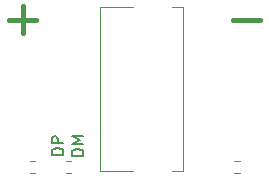
<source format=gbr>
%TF.GenerationSoftware,KiCad,Pcbnew,(6.0.5)*%
%TF.CreationDate,2022-05-17T08:39:17+02:00*%
%TF.ProjectId,supply2usb,73757070-6c79-4327-9573-622e6b696361,rev?*%
%TF.SameCoordinates,Original*%
%TF.FileFunction,Legend,Top*%
%TF.FilePolarity,Positive*%
%FSLAX46Y46*%
G04 Gerber Fmt 4.6, Leading zero omitted, Abs format (unit mm)*
G04 Created by KiCad (PCBNEW (6.0.5)) date 2022-05-17 08:39:17*
%MOMM*%
%LPD*%
G01*
G04 APERTURE LIST*
%ADD10C,0.450000*%
%ADD11C,0.150000*%
%ADD12C,0.120000*%
G04 APERTURE END LIST*
D10*
X127857142Y-84108138D02*
X130142857Y-84108138D01*
D11*
X115152380Y-95633333D02*
X114152380Y-95633333D01*
X114152380Y-95395238D01*
X114200000Y-95252380D01*
X114295238Y-95157142D01*
X114390476Y-95109523D01*
X114580952Y-95061904D01*
X114723809Y-95061904D01*
X114914285Y-95109523D01*
X115009523Y-95157142D01*
X115104761Y-95252380D01*
X115152380Y-95395238D01*
X115152380Y-95633333D01*
X115152380Y-94633333D02*
X114152380Y-94633333D01*
X114866666Y-94300000D01*
X114152380Y-93966666D01*
X115152380Y-93966666D01*
X113452380Y-95561904D02*
X112452380Y-95561904D01*
X112452380Y-95323809D01*
X112500000Y-95180952D01*
X112595238Y-95085714D01*
X112690476Y-95038095D01*
X112880952Y-94990476D01*
X113023809Y-94990476D01*
X113214285Y-95038095D01*
X113309523Y-95085714D01*
X113404761Y-95180952D01*
X113452380Y-95323809D01*
X113452380Y-95561904D01*
X113452380Y-94561904D02*
X112452380Y-94561904D01*
X112452380Y-94180952D01*
X112500000Y-94085714D01*
X112547619Y-94038095D01*
X112642857Y-93990476D01*
X112785714Y-93990476D01*
X112880952Y-94038095D01*
X112928571Y-94085714D01*
X112976190Y-94180952D01*
X112976190Y-94561904D01*
D10*
X108857142Y-84114285D02*
X111142857Y-84114285D01*
X110000000Y-85257142D02*
X110000000Y-82971428D01*
D12*
%TO.C,R2*%
X113637742Y-96047500D02*
X114112258Y-96047500D01*
X113637742Y-97092500D02*
X114112258Y-97092500D01*
%TO.C,J3*%
X116580000Y-96960000D02*
X119340000Y-96960000D01*
X123600000Y-96960000D02*
X123600000Y-83040000D01*
X116580000Y-83040000D02*
X119340000Y-83040000D01*
X123600000Y-96960000D02*
X122640000Y-96960000D01*
X123600000Y-83040000D02*
X122640000Y-83040000D01*
X116580000Y-96960000D02*
X116580000Y-83040000D01*
%TO.C,R3*%
X127937742Y-96047500D02*
X128412258Y-96047500D01*
X127937742Y-97092500D02*
X128412258Y-97092500D01*
%TO.C,R1*%
X110587742Y-96047500D02*
X111062258Y-96047500D01*
X110587742Y-97092500D02*
X111062258Y-97092500D01*
%TD*%
M02*

</source>
